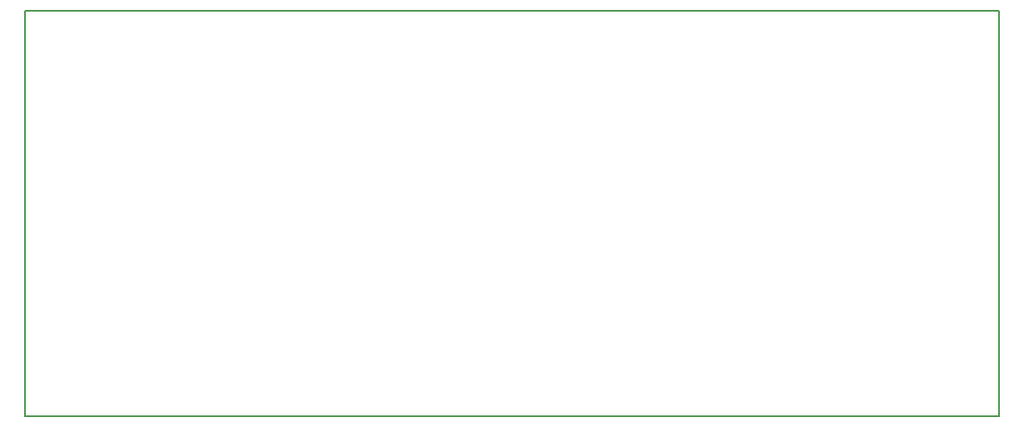
<source format=gbr>
G04 #@! TF.GenerationSoftware,KiCad,Pcbnew,(5.1.5)-3*
G04 #@! TF.CreationDate,2020-07-08T15:45:16+02:00*
G04 #@! TF.ProjectId,SBIO3,5342494f-332e-46b6-9963-61645f706362,rev?*
G04 #@! TF.SameCoordinates,Original*
G04 #@! TF.FileFunction,Other,User*
%FSLAX46Y46*%
G04 Gerber Fmt 4.6, Leading zero omitted, Abs format (unit mm)*
G04 Created by KiCad (PCBNEW (5.1.5)-3) date 2020-07-08 15:45:16*
%MOMM*%
%LPD*%
G04 APERTURE LIST*
%ADD10C,0.150000*%
G04 APERTURE END LIST*
D10*
X173355000Y-178435000D02*
X173355000Y-137160000D01*
X74295000Y-178435000D02*
X173355000Y-178435000D01*
X173355000Y-137160000D02*
X74295000Y-137160000D01*
X74295000Y-137160000D02*
X74295000Y-178435000D01*
M02*

</source>
